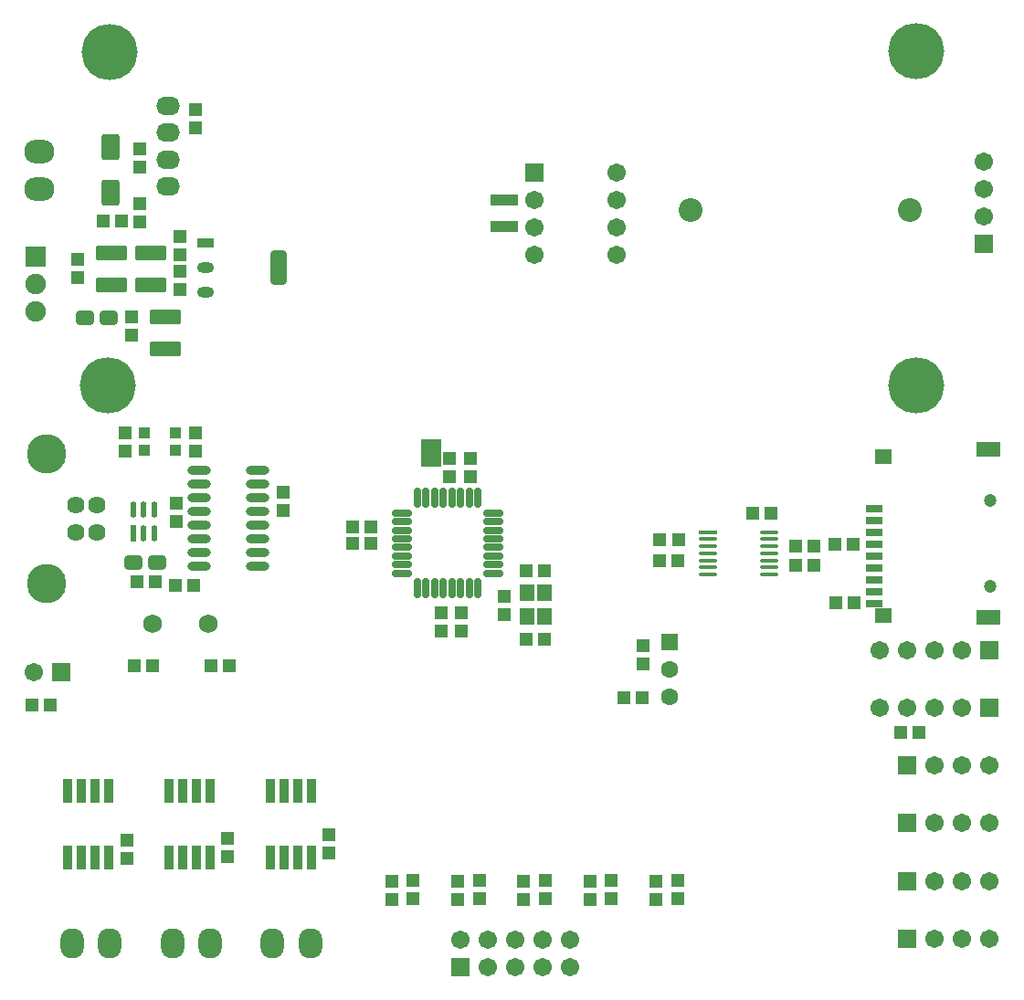
<source format=gbr>
%TF.GenerationSoftware,Altium Limited,Altium Designer,20.2.4 (192)*%
G04 Layer_Color=8388736*
%FSLAX26Y26*%
%MOIN*%
%TF.SameCoordinates,E583F5DD-14CA-44D8-B3B7-8EACC7EC20E5*%
%TF.FilePolarity,Negative*%
%TF.FileFunction,Soldermask,Top*%
%TF.Part,Single*%
G01*
G75*
%TA.AperFunction,SMDPad,CuDef*%
%ADD14R,0.063161X0.037486*%
G04:AMPARAMS|DCode=15|XSize=63.161mil|YSize=37.486mil|CornerRadius=18.743mil|HoleSize=0mil|Usage=FLASHONLY|Rotation=0.000|XOffset=0mil|YOffset=0mil|HoleType=Round|Shape=RoundedRectangle|*
%AMROUNDEDRECTD15*
21,1,0.063161,0.000000,0,0,0.0*
21,1,0.025676,0.037486,0,0,0.0*
1,1,0.037485,0.012838,0.000000*
1,1,0.037485,-0.012838,0.000000*
1,1,0.037485,-0.012838,0.000000*
1,1,0.037485,0.012838,0.000000*
%
%ADD15ROUNDEDRECTD15*%
G04:AMPARAMS|DCode=16|XSize=63.161mil|YSize=128.43mil|CornerRadius=18.633mil|HoleSize=0mil|Usage=FLASHONLY|Rotation=0.000|XOffset=0mil|YOffset=0mil|HoleType=Round|Shape=RoundedRectangle|*
%AMROUNDEDRECTD16*
21,1,0.063161,0.091165,0,0,0.0*
21,1,0.025896,0.128430,0,0,0.0*
1,1,0.037265,0.012948,-0.045583*
1,1,0.037265,-0.012948,-0.045583*
1,1,0.037265,-0.012948,0.045583*
1,1,0.037265,0.012948,0.045583*
%
%ADD16ROUNDEDRECTD16*%
%ADD18R,0.022671X0.059238*%
G04:AMPARAMS|DCode=19|XSize=59.238mil|YSize=22.671mil|CornerRadius=11.335mil|HoleSize=0mil|Usage=FLASHONLY|Rotation=90.000|XOffset=0mil|YOffset=0mil|HoleType=Round|Shape=RoundedRectangle|*
%AMROUNDEDRECTD19*
21,1,0.059238,0.000000,0,0,90.0*
21,1,0.036567,0.022671,0,0,90.0*
1,1,0.022670,0.000000,0.018284*
1,1,0.022670,0.000000,-0.018284*
1,1,0.022670,0.000000,-0.018284*
1,1,0.022670,0.000000,0.018284*
%
%ADD19ROUNDEDRECTD19*%
G04:AMPARAMS|DCode=26|XSize=65.174mil|YSize=14.991mil|CornerRadius=7.495mil|HoleSize=0mil|Usage=FLASHONLY|Rotation=0.000|XOffset=0mil|YOffset=0mil|HoleType=Round|Shape=RoundedRectangle|*
%AMROUNDEDRECTD26*
21,1,0.065174,0.000000,0,0,0.0*
21,1,0.050184,0.014991,0,0,0.0*
1,1,0.014991,0.025092,0.000000*
1,1,0.014991,-0.025092,0.000000*
1,1,0.014991,-0.025092,0.000000*
1,1,0.014991,0.025092,0.000000*
%
%ADD26ROUNDEDRECTD26*%
%ADD27R,0.065174X0.014991*%
%ADD31R,0.098425X0.039370*%
%TA.AperFunction,ComponentPad*%
%ADD55C,0.067055*%
%ADD56R,0.067055X0.067055*%
%ADD57C,0.143827*%
%ADD58C,0.063906*%
%ADD59C,0.068000*%
%ADD60R,0.067055X0.067055*%
%ADD61O,0.086740X0.110362*%
%ADD62O,0.086740X0.067055*%
%ADD63C,0.204850*%
%ADD64C,0.074929*%
%ADD65R,0.074929X0.074929*%
%ADD66O,0.110362X0.086740*%
%ADD67C,0.047370*%
G04:AMPARAMS|DCode=68|XSize=63.118mil|YSize=63.118mil|CornerRadius=5.929mil|HoleSize=0mil|Usage=FLASHONLY|Rotation=0.000|XOffset=0mil|YOffset=0mil|HoleType=Round|Shape=RoundedRectangle|*
%AMROUNDEDRECTD68*
21,1,0.063118,0.051260,0,0,0.0*
21,1,0.051260,0.063118,0,0,0.0*
1,1,0.011858,0.025630,-0.025630*
1,1,0.011858,-0.025630,-0.025630*
1,1,0.011858,-0.025630,0.025630*
1,1,0.011858,0.025630,0.025630*
%
%ADD68ROUNDEDRECTD68*%
%ADD69C,0.063118*%
%ADD70C,0.086740*%
%TA.AperFunction,NonConductor*%
%ADD82R,0.071850X0.099410*%
%TA.AperFunction,SMDPad,CuDef*%
%ADD83R,0.047370X0.051307*%
%ADD84R,0.051307X0.047370*%
%ADD85R,0.034000X0.088000*%
G04:AMPARAMS|DCode=86|XSize=55.244mil|YSize=67.055mil|CornerRadius=15.811mil|HoleSize=0mil|Usage=FLASHONLY|Rotation=270.000|XOffset=0mil|YOffset=0mil|HoleType=Round|Shape=RoundedRectangle|*
%AMROUNDEDRECTD86*
21,1,0.055244,0.035433,0,0,270.0*
21,1,0.023622,0.067055,0,0,270.0*
1,1,0.031622,-0.017717,-0.011811*
1,1,0.031622,-0.017717,0.011811*
1,1,0.031622,0.017717,0.011811*
1,1,0.031622,0.017717,-0.011811*
%
%ADD86ROUNDEDRECTD86*%
%ADD87O,0.085598X0.031701*%
%ADD88R,0.039496X0.039496*%
%ADD89R,0.070992X0.039496*%
%ADD90R,0.055244X0.063118*%
G04:AMPARAMS|DCode=91|XSize=114.299mil|YSize=53.276mil|CornerRadius=9.659mil|HoleSize=0mil|Usage=FLASHONLY|Rotation=180.000|XOffset=0mil|YOffset=0mil|HoleType=Round|Shape=RoundedRectangle|*
%AMROUNDEDRECTD91*
21,1,0.114299,0.033957,0,0,180.0*
21,1,0.094980,0.053276,0,0,180.0*
1,1,0.019319,-0.047490,0.016978*
1,1,0.019319,0.047490,0.016978*
1,1,0.019319,0.047490,-0.016978*
1,1,0.019319,-0.047490,-0.016978*
%
%ADD91ROUNDEDRECTD91*%
G04:AMPARAMS|DCode=92|XSize=94.614mil|YSize=67.055mil|CornerRadius=11.382mil|HoleSize=0mil|Usage=FLASHONLY|Rotation=90.000|XOffset=0mil|YOffset=0mil|HoleType=Round|Shape=RoundedRectangle|*
%AMROUNDEDRECTD92*
21,1,0.094614,0.044291,0,0,90.0*
21,1,0.071850,0.067055,0,0,90.0*
1,1,0.022764,0.022146,0.035925*
1,1,0.022764,0.022146,-0.035925*
1,1,0.022764,-0.022146,-0.035925*
1,1,0.022764,-0.022146,0.035925*
%
%ADD92ROUNDEDRECTD92*%
%TA.AperFunction,ConnectorPad*%
%ADD93R,0.086740X0.055244*%
%ADD94R,0.063118X0.055244*%
%ADD95R,0.059181X0.031622*%
%TA.AperFunction,SMDPad,CuDef*%
%ADD96O,0.027685X0.074929*%
%ADD97O,0.074929X0.027685*%
D14*
X763339Y2823157D02*
D03*
D15*
Y2733000D02*
D03*
Y2642843D02*
D03*
D16*
X1030661Y2733000D02*
D03*
D18*
X500598Y1763662D02*
D03*
D19*
X538000D02*
D03*
X575402D02*
D03*
Y1850338D02*
D03*
X538000D02*
D03*
X500598D02*
D03*
D26*
X2819236Y1766772D02*
D03*
Y1741181D02*
D03*
Y1715591D02*
D03*
Y1690000D02*
D03*
Y1664409D02*
D03*
Y1638819D02*
D03*
Y1613228D02*
D03*
X2596764D02*
D03*
Y1638819D02*
D03*
Y1664409D02*
D03*
Y1690000D02*
D03*
Y1715591D02*
D03*
Y1741181D02*
D03*
D27*
Y1766772D02*
D03*
D31*
X1852614Y2881787D02*
D03*
Y2980213D02*
D03*
D55*
X3622000Y915200D02*
D03*
X3522000D02*
D03*
X3422000D02*
D03*
X3602000Y2918000D02*
D03*
Y3018000D02*
D03*
Y3118000D02*
D03*
X136000Y1255000D02*
D03*
X3422000Y704800D02*
D03*
X3522000D02*
D03*
X3622000D02*
D03*
X2265000Y2779000D02*
D03*
Y2879000D02*
D03*
Y2979000D02*
D03*
Y3079000D02*
D03*
X1965000Y2779000D02*
D03*
Y2879000D02*
D03*
Y2979000D02*
D03*
X2093000Y280000D02*
D03*
Y180000D02*
D03*
X1993000Y280000D02*
D03*
Y180000D02*
D03*
X1893000Y280000D02*
D03*
Y180000D02*
D03*
X1793000Y280000D02*
D03*
Y180000D02*
D03*
X1693000Y280000D02*
D03*
X3522000Y1336000D02*
D03*
X3422000D02*
D03*
X3322000D02*
D03*
X3222000D02*
D03*
X3522000Y1125600D02*
D03*
X3422000D02*
D03*
X3322000D02*
D03*
X3222000D02*
D03*
X3422000Y494400D02*
D03*
X3522000D02*
D03*
X3622000D02*
D03*
X3422000Y284000D02*
D03*
X3522000D02*
D03*
X3622000D02*
D03*
D56*
X3322000Y915200D02*
D03*
X236000Y1255000D02*
D03*
X3322000Y704800D02*
D03*
X1965000Y3079000D02*
D03*
X1693000Y180000D02*
D03*
X3622000Y1336000D02*
D03*
Y1125600D02*
D03*
X3322000Y494400D02*
D03*
Y284000D02*
D03*
D57*
X182921Y2053008D02*
D03*
Y1578992D02*
D03*
D58*
X368354Y1766787D02*
D03*
Y1865213D02*
D03*
X289614D02*
D03*
Y1766787D02*
D03*
D59*
X570000Y1433000D02*
D03*
X774724D02*
D03*
D60*
X3602000Y2818000D02*
D03*
D61*
X1146000Y267000D02*
D03*
X1008204D02*
D03*
X415000D02*
D03*
X277204D02*
D03*
X780500D02*
D03*
X642704D02*
D03*
D62*
X626000Y3028000D02*
D03*
Y3126425D02*
D03*
Y3224850D02*
D03*
Y3323276D02*
D03*
D63*
X413000Y3521000D02*
D03*
X3358000Y3522000D02*
D03*
X407000Y2304000D02*
D03*
X3358000D02*
D03*
D64*
X145000Y2573000D02*
D03*
Y2673000D02*
D03*
D65*
Y2773000D02*
D03*
D66*
X158000Y3019204D02*
D03*
Y3157000D02*
D03*
D67*
X3627571Y1883080D02*
D03*
X3627671Y1568120D02*
D03*
D68*
X2457000Y1367000D02*
D03*
D69*
Y1167000D02*
D03*
Y1267000D02*
D03*
D70*
X2533819Y2942000D02*
D03*
X3335000D02*
D03*
D82*
X1587500Y2057493D02*
D03*
D83*
X1683413Y494488D02*
D03*
Y427558D02*
D03*
X2165556Y494488D02*
D03*
Y427558D02*
D03*
X670000Y2847465D02*
D03*
Y2780535D02*
D03*
Y2718465D02*
D03*
Y2651535D02*
D03*
X1213000Y661465D02*
D03*
Y594534D02*
D03*
X844000Y648465D02*
D03*
Y581534D02*
D03*
X478000Y644465D02*
D03*
Y577534D02*
D03*
X657000Y1804535D02*
D03*
Y1871466D02*
D03*
X728000Y2130464D02*
D03*
Y2063536D02*
D03*
X471000Y2130464D02*
D03*
Y2063536D02*
D03*
X1653000Y2036465D02*
D03*
Y1969534D02*
D03*
X1731000Y2036465D02*
D03*
Y1969534D02*
D03*
X1048000Y1847000D02*
D03*
Y1913930D02*
D03*
X1623000Y1405535D02*
D03*
Y1472466D02*
D03*
X1698000Y1404535D02*
D03*
Y1471466D02*
D03*
X1853000Y1534464D02*
D03*
Y1467536D02*
D03*
X1521715Y429536D02*
D03*
Y496464D02*
D03*
X494000Y2551465D02*
D03*
Y2484535D02*
D03*
X523000Y3165464D02*
D03*
Y3098536D02*
D03*
X297000Y2764465D02*
D03*
Y2697535D02*
D03*
X523000Y2966039D02*
D03*
Y2899111D02*
D03*
X2359000Y1353466D02*
D03*
Y1286535D02*
D03*
X727000Y3242535D02*
D03*
Y3309465D02*
D03*
X1762786Y496464D02*
D03*
Y429536D02*
D03*
X2003857Y496464D02*
D03*
Y429536D02*
D03*
X2244929Y496464D02*
D03*
Y429536D02*
D03*
X2486000Y496464D02*
D03*
Y429536D02*
D03*
X1442342Y427558D02*
D03*
Y494488D02*
D03*
X1924484Y427558D02*
D03*
Y494488D02*
D03*
X2406627Y427558D02*
D03*
Y494488D02*
D03*
D84*
X3365464Y1036000D02*
D03*
X3298536D02*
D03*
X580465Y1585000D02*
D03*
X513534D02*
D03*
X388536Y2902000D02*
D03*
X455464D02*
D03*
X197464Y1135000D02*
D03*
X130536D02*
D03*
X783535Y1278000D02*
D03*
X850466D02*
D03*
X569465D02*
D03*
X502534D02*
D03*
X721464Y1573000D02*
D03*
X654536D02*
D03*
X1365464Y1725000D02*
D03*
X1298536D02*
D03*
X1365464Y1786000D02*
D03*
X1298536D02*
D03*
X1934536Y1377000D02*
D03*
X2001466D02*
D03*
X2419536Y1663000D02*
D03*
X2486464D02*
D03*
X2984464Y1646000D02*
D03*
X2917536D02*
D03*
X3059535Y1722000D02*
D03*
X3126465D02*
D03*
X2825465Y1835000D02*
D03*
X2758535D02*
D03*
X2289536Y1163000D02*
D03*
X2356464D02*
D03*
X3064536Y1508000D02*
D03*
X3131464D02*
D03*
X2488464Y1739000D02*
D03*
X2421536D02*
D03*
X2915536Y1716000D02*
D03*
X2982464D02*
D03*
X1934534Y1627000D02*
D03*
X2001465D02*
D03*
D85*
X999000Y581000D02*
D03*
Y823000D02*
D03*
X1049000Y581000D02*
D03*
X1099000D02*
D03*
X1049000Y823000D02*
D03*
X1099000D02*
D03*
X1149000Y581000D02*
D03*
Y823000D02*
D03*
X259000Y581000D02*
D03*
Y823000D02*
D03*
X309000Y581000D02*
D03*
X359000D02*
D03*
X309000Y823000D02*
D03*
X359000D02*
D03*
X409000Y581000D02*
D03*
Y823000D02*
D03*
X629000Y581000D02*
D03*
Y823000D02*
D03*
X679000Y581000D02*
D03*
X729000D02*
D03*
X679000Y823000D02*
D03*
X729000D02*
D03*
X779000Y581000D02*
D03*
Y823000D02*
D03*
D86*
X587307Y1657000D02*
D03*
X500693D02*
D03*
X322693Y2550000D02*
D03*
X409307D02*
D03*
D87*
X739000Y1992000D02*
D03*
Y1942000D02*
D03*
Y1892000D02*
D03*
Y1842000D02*
D03*
Y1792000D02*
D03*
Y1742000D02*
D03*
Y1692000D02*
D03*
Y1642000D02*
D03*
X954394Y1992000D02*
D03*
Y1942000D02*
D03*
Y1892000D02*
D03*
Y1842000D02*
D03*
Y1792000D02*
D03*
Y1742000D02*
D03*
Y1692000D02*
D03*
Y1642000D02*
D03*
D88*
X654000Y2065504D02*
D03*
Y2128496D02*
D03*
X541000Y2065504D02*
D03*
Y2128496D02*
D03*
D89*
X1588000Y2026488D02*
D03*
Y2087512D02*
D03*
D90*
X1998496Y1546307D02*
D03*
Y1459693D02*
D03*
X1935504D02*
D03*
Y1546307D02*
D03*
D91*
X617000Y2434945D02*
D03*
Y2553055D02*
D03*
X421000Y2667945D02*
D03*
Y2786055D02*
D03*
X565000D02*
D03*
Y2667945D02*
D03*
D92*
X417000Y3172677D02*
D03*
Y3007323D02*
D03*
D93*
X3619721Y1457488D02*
D03*
Y2068512D02*
D03*
D94*
X3237758Y2041766D02*
D03*
Y1463813D02*
D03*
D95*
X3204281Y1507120D02*
D03*
Y1550427D02*
D03*
Y1593734D02*
D03*
Y1637041D02*
D03*
Y1680348D02*
D03*
Y1723655D02*
D03*
Y1766962D02*
D03*
Y1810269D02*
D03*
Y1853576D02*
D03*
D96*
X1536764Y1561646D02*
D03*
X1568260D02*
D03*
X1599756D02*
D03*
X1631252D02*
D03*
X1662748D02*
D03*
X1694244D02*
D03*
X1725740D02*
D03*
X1757236D02*
D03*
Y1892354D02*
D03*
X1725740D02*
D03*
X1694244D02*
D03*
X1662748D02*
D03*
X1631252D02*
D03*
X1599756D02*
D03*
X1568260D02*
D03*
X1536764D02*
D03*
D97*
X1812354Y1616764D02*
D03*
Y1648260D02*
D03*
Y1679756D02*
D03*
Y1711252D02*
D03*
Y1742748D02*
D03*
Y1774244D02*
D03*
Y1805740D02*
D03*
Y1837236D02*
D03*
X1481646D02*
D03*
Y1805740D02*
D03*
Y1774244D02*
D03*
Y1742748D02*
D03*
Y1711252D02*
D03*
Y1679756D02*
D03*
Y1648260D02*
D03*
Y1616764D02*
D03*
%TF.MD5,29001fccd392705cd63f0ab0753ec12b*%
M02*

</source>
